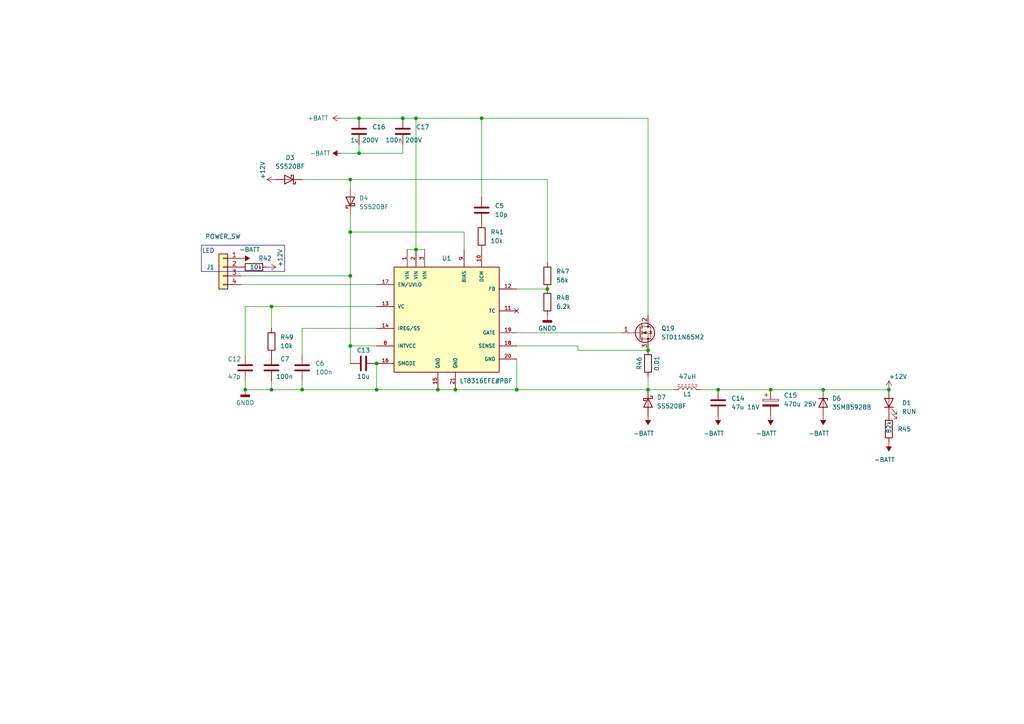
<source format=kicad_sch>
(kicad_sch (version 20230121) (generator eeschema)
  (paper "A4")
  (lib_symbols
    (symbol "Connector_Generic:Conn_01x04" (pin_names (offset 1.016) hide)
      (property "Reference" "J" (at 0 5.08 0))
      (property "Value" "Conn_01x04" (at 0 -7.62 0))
      (symbol "Conn_01x04_1_1"
        (rectangle (start -1.27 -4.953) (end 0 -5.207) (stroke (width 0.1524)))
        (rectangle (start -1.27 -2.413) (end 0 -2.667) (stroke (width 0.1524)))
        (rectangle (start -1.27 0.127) (end 0 -0.127) (stroke (width 0.1524)))
        (rectangle (start -1.27 2.667) (end 0 2.413) (stroke (width 0.1524)))
        (rectangle (start -1.27 3.81) (end 1.27 -6.35) (stroke (width 0.254)) (fill (type background)))
        (pin passive line (at -5.08 2.54 0) (length 3.81) (name "Pin_1") (number "1"))
        (pin passive line (at -5.08 0 0) (length 3.81) (name "Pin_2") (number "2"))
        (pin passive line (at -5.08 -2.54 0) (length 3.81) (name "Pin_3") (number "3"))
        (pin passive line (at -5.08 -5.08 0) (length 3.81) (name "Pin_4") (number "4"))
      )
    )
    (symbol "Device:C" (pin_numbers hide) (pin_names (offset 0.254))
      (property "Reference" "C" (at 0.635 2.54 0))
      (property "Value" "C" (at 0.635 -2.54 0))
      (symbol "C_0_1"
        (polyline (pts (xy -2.032 -0.762) (xy 2.032 -0.762)) (stroke (width 0.508)))
        (polyline (pts (xy -2.032 0.762) (xy 2.032 0.762)) (stroke (width 0.508)))
      )
      (symbol "C_1_1"
        (pin passive line (at 0 3.81 270) (length 2.794) (name "~") (number "1"))
        (pin passive line (at 0 -3.81 90) (length 2.794) (name "~") (number "2"))
      )
    )
    (symbol "Device:C_Polarized" (pin_numbers hide) (pin_names (offset 0.254))
      (property "Reference" "C" (at 0.635 2.54 0))
      (property "Value" "C_Polarized" (at 0.635 -2.54 0))
      (symbol "C_Polarized_0_1"
        (rectangle (start -2.286 0.508) (end 2.286 1.016))
        (polyline (pts (xy -1.778 2.286) (xy -0.762 2.286)))
        (polyline (pts (xy -1.27 2.794) (xy -1.27 1.778)))
        (rectangle (start 2.286 -0.508) (end -2.286 -1.016) (fill (type outline)))
      )
      (symbol "C_Polarized_1_1"
        (pin passive line (at 0 3.81 270) (length 2.794) (name "~") (number "1"))
        (pin passive line (at 0 -3.81 90) (length 2.794) (name "~") (number "2"))
      )
    )
    (symbol "Device:D_Schottky" (pin_numbers hide) (pin_names (offset 1.016) hide)
      (property "Reference" "D" (at 0 2.54 0))
      (property "Value" "D_Schottky" (at 0 -2.54 0))
      (symbol "D_Schottky_0_1"
        (polyline (pts (xy 1.27 0) (xy -1.27 0)))
        (polyline (pts (xy 1.27 1.27) (xy 1.27 -1.27) (xy -1.27 0) (xy 1.27 1.27)) (stroke (width 0.254)))
        (polyline (pts (xy -1.905 0.635) (xy -1.905 1.27) (xy -1.27 1.27) (xy -1.27 -1.27) (xy -0.635 -1.27) (xy -0.635 -0.635)) (stroke (width 0.254)))
      )
      (symbol "D_Schottky_1_1"
        (pin passive line (at -3.81 0 0) (length 2.54) (name "K") (number "1"))
        (pin passive line (at 3.81 0 180) (length 2.54) (name "A") (number "2"))
      )
    )
    (symbol "Device:D_Zener" (pin_numbers hide) (pin_names (offset 1.016) hide)
      (property "Reference" "D" (at 0 2.54 0))
      (property "Value" "D_Zener" (at 0 -2.54 0))
      (symbol "D_Zener_0_1"
        (polyline (pts (xy 1.27 0) (xy -1.27 0)))
        (polyline (pts (xy -1.27 -1.27) (xy -1.27 1.27) (xy -0.762 1.27)) (stroke (width 0.254)))
        (polyline (pts (xy 1.27 -1.27) (xy 1.27 1.27) (xy -1.27 0) (xy 1.27 -1.27)) (stroke (width 0.254)))
      )
      (symbol "D_Zener_1_1"
        (pin passive line (at -3.81 0 0) (length 2.54) (name "K") (number "1"))
        (pin passive line (at 3.81 0 180) (length 2.54) (name "A") (number "2"))
      )
    )
    (symbol "Device:LED" (pin_numbers hide) (pin_names (offset 1.016) hide)
      (property "Reference" "D" (at 0 2.54 0))
      (property "Value" "LED" (at 0 -2.54 0))
      (symbol "LED_0_1"
        (polyline (pts (xy -1.27 -1.27) (xy -1.27 1.27)) (stroke (width 0.254)))
        (polyline (pts (xy -1.27 0) (xy 1.27 0)))
        (polyline (pts (xy 1.27 -1.27) (xy 1.27 1.27) (xy -1.27 0) (xy 1.27 -1.27)) (stroke (width 0.254)))
        (polyline (pts (xy -3.048 -0.762) (xy -4.572 -2.286) (xy -3.81 -2.286) (xy -4.572 -2.286) (xy -4.572 -1.524)))
        (polyline (pts (xy -1.778 -0.762) (xy -3.302 -2.286) (xy -2.54 -2.286) (xy -3.302 -2.286) (xy -3.302 -1.524)))
      )
      (symbol "LED_1_1"
        (pin passive line (at -3.81 0 0) (length 2.54) (name "K") (number "1"))
        (pin passive line (at 3.81 0 180) (length 2.54) (name "A") (number "2"))
      )
    )
    (symbol "Device:L_Ferrite" (pin_numbers hide) (pin_names (offset 1.016) hide)
      (property "Reference" "L" (at -1.27 0 90))
      (property "Value" "L_Ferrite" (at 2.794 0 90))
      (symbol "L_Ferrite_0_1"
        (arc (start 0 -2.54) (mid 0.6323 -1.905) (end 0 -1.27))
        (arc (start 0 -1.27) (mid 0.6323 -0.635) (end 0 0))
        (polyline (pts (xy 1.016 -2.794) (xy 1.016 -2.286)))
        (polyline (pts (xy 1.016 -1.778) (xy 1.016 -1.27)))
        (polyline (pts (xy 1.016 -0.762) (xy 1.016 -0.254)))
        (polyline (pts (xy 1.016 0.254) (xy 1.016 0.762)))
        (polyline (pts (xy 1.016 1.27) (xy 1.016 1.778)))
        (polyline (pts (xy 1.016 2.286) (xy 1.016 2.794)))
        (polyline (pts (xy 1.524 -2.286) (xy 1.524 -2.794)))
        (polyline (pts (xy 1.524 -1.27) (xy 1.524 -1.778)))
        (polyline (pts (xy 1.524 -0.254) (xy 1.524 -0.762)))
        (polyline (pts (xy 1.524 0.762) (xy 1.524 0.254)))
        (polyline (pts (xy 1.524 1.778) (xy 1.524 1.27)))
        (polyline (pts (xy 1.524 2.794) (xy 1.524 2.286)))
        (arc (start 0 0) (mid 0.6323 0.635) (end 0 1.27))
        (arc (start 0 1.27) (mid 0.6323 1.905) (end 0 2.54))
      )
      (symbol "L_Ferrite_1_1"
        (pin passive line (at 0 3.81 270) (length 1.27) (name "1") (number "1"))
        (pin passive line (at 0 -3.81 90) (length 1.27) (name "2") (number "2"))
      )
    )
    (symbol "Device:R" (pin_numbers hide) (pin_names (offset 0))
      (property "Reference" "R" (at 2.032 0 90))
      (property "Value" "R" (at 0 0 90))
      (symbol "R_0_1"
        (rectangle (start -1.016 -2.54) (end 1.016 2.54) (stroke (width 0.254)))
      )
      (symbol "R_1_1"
        (pin passive line (at 0 3.81 270) (length 1.27) (name "~") (number "1"))
        (pin passive line (at 0 -3.81 90) (length 1.27) (name "~") (number "2"))
      )
    )
    (symbol "GigaESCSymbols:LT8316EFE#PBF" (pin_names (offset 1.016))
      (property "Reference" "U" (at -15.24 16.002 0))
      (property "Value" "LT8316EFE#PBF" (at 8.89 -19.05 0))
      (symbol "LT8316EFE#PBF_0_0"
        (rectangle (start -15.24 -15.24) (end 15.24 15.24) (stroke (width 0.254)) (fill (type background)))
        (pin input line (at -11.43 20.32 270) (length 5.08) (name "VIN") (number "1"))
        (pin input line (at 10.16 20.32 270) (length 5.08) (name "DCM") (number "10"))
        (pin passive line (at 20.32 2.54 180) (length 5.08) (name "TC") (number "11"))
        (pin input line (at 20.32 8.89 180) (length 5.08) (name "FB") (number "12"))
        (pin passive line (at -20.32 3.81 0) (length 5.08) (name "VC") (number "13"))
        (pin bidirectional line (at -20.32 -2.54 0) (length 5.08) (name "IREG/SS") (number "14"))
        (pin power_in line (at -2.54 -20.32 90) (length 5.08) (name "GND") (number "15"))
        (pin input line (at -20.32 -12.7 0) (length 5.08) (name "SMODE") (number "16"))
        (pin input line (at -20.32 10.16 0) (length 5.08) (name "EN/UVLO") (number "17"))
        (pin input line (at 20.32 -7.62 180) (length 5.08) (name "SENSE") (number "18"))
        (pin output line (at 20.32 -3.81 180) (length 5.08) (name "GATE") (number "19"))
        (pin input line (at -8.89 20.32 270) (length 5.08) (name "VIN") (number "2"))
        (pin power_in line (at 20.32 -11.43 180) (length 5.08) (name "GND") (number "20"))
        (pin power_in line (at 2.54 -20.32 90) (length 5.08) (name "GND") (number "21"))
        (pin input line (at -6.35 20.32 270) (length 5.08) (name "VIN") (number "3"))
        (pin output line (at -20.32 -7.62 0) (length 5.08) (name "INTVCC") (number "8"))
        (pin input line (at 5.08 20.32 270) (length 5.08) (name "BIAS") (number "9"))
      )
    )
    (symbol "Transistor_FET:STD7NK40Z" (pin_names hide)
      (property "Reference" "Q" (at 5.08 1.905 0))
      (property "Value" "STD7NK40Z" (at 5.08 0 0))
      (symbol "STD7NK40Z_0_1"
        (polyline (pts (xy 0.254 0) (xy -2.54 0)))
        (polyline (pts (xy 0.254 1.905) (xy 0.254 -1.905)) (stroke (width 0.254)))
        (polyline (pts (xy 0.762 -1.27) (xy 0.762 -2.286)) (stroke (width 0.254)))
        (polyline (pts (xy 0.762 0.508) (xy 0.762 -0.508)) (stroke (width 0.254)))
        (polyline (pts (xy 0.762 2.286) (xy 0.762 1.27)) (stroke (width 0.254)))
        (polyline (pts (xy 2.54 2.54) (xy 2.54 1.778)))
        (polyline (pts (xy 2.54 -2.54) (xy 2.54 0) (xy 0.762 0)))
        (polyline (pts (xy 0.762 -1.778) (xy 3.302 -1.778) (xy 3.302 1.778) (xy 0.762 1.778)))
        (polyline (pts (xy 1.016 0) (xy 2.032 0.381) (xy 2.032 -0.381) (xy 1.016 0)) (fill (type outline)))
        (polyline (pts (xy 2.794 0.508) (xy 2.921 0.381) (xy 3.683 0.381) (xy 3.81 0.254)))
        (polyline (pts (xy 3.302 0.381) (xy 2.921 -0.254) (xy 3.683 -0.254) (xy 3.302 0.381)))
        (circle (center 1.651 0) (radius 2.794) (stroke (width 0.254)))
        (circle (center 2.54 -1.778) (radius 0.254) (fill (type outline)))
        (circle (center 2.54 1.778) (radius 0.254) (fill (type outline)))
      )
      (symbol "STD7NK40Z_1_1"
        (pin passive line (at -5.08 0 0) (length 2.54) (name "G") (number "1"))
        (pin passive line (at 2.54 5.08 270) (length 2.54) (name "D") (number "2"))
        (pin passive line (at 2.54 -5.08 90) (length 2.54) (name "S") (number "3"))
      )
    )
    (symbol "power:+12V" (power) (pin_names (offset 0))
      (property "Value" "+12V" (at 0 3.556 0))
      (symbol "+12V_0_1"
        (polyline (pts (xy -0.762 1.27) (xy 0 2.54)))
        (polyline (pts (xy 0 0) (xy 0 2.54)))
        (polyline (pts (xy 0 2.54) (xy 0.762 1.27)))
      )
      (symbol "+12V_1_1"
        (pin power_in line (at 0 0 90) (length 0) hide (name "+12V") (number "1"))
      )
    )
    (symbol "power:+BATT" (power) (pin_names (offset 0))
      (property "Value" "+BATT" (at 0 3.556 0))
      (symbol "+BATT_0_1"
        (polyline (pts (xy -0.762 1.27) (xy 0 2.54)))
        (polyline (pts (xy 0 0) (xy 0 2.54)))
        (polyline (pts (xy 0 2.54) (xy 0.762 1.27)))
      )
      (symbol "+BATT_1_1"
        (pin power_in line (at 0 0 90) (length 0) hide (name "+BATT") (number "1"))
      )
    )
    (symbol "power:-BATT" (power) (pin_names (offset 0))
      (property "Value" "-BATT" (at 0 3.556 0))
      (symbol "-BATT_0_1"
        (polyline (pts (xy 0 0) (xy 0 2.54)))
        (polyline (pts (xy 0.762 1.27) (xy -0.762 1.27) (xy 0 2.54) (xy 0.762 1.27)) (fill (type outline)))
      )
      (symbol "-BATT_1_1"
        (pin power_in line (at 0 0 90) (length 0) hide (name "-BATT") (number "1"))
      )
    )
    (symbol "power:GNDD" (power) (pin_names (offset 0))
      (property "Value" "GNDD" (at 0 -3.175 0))
      (symbol "GNDD_0_1"
        (rectangle (start -1.27 -1.524) (end 1.27 -2.032) (stroke (width 0.254)) (fill (type outline)))
        (polyline (pts (xy 0 0) (xy 0 -1.524)))
      )
      (symbol "GNDD_1_1"
        (pin power_in line (at 0 0 270) (length 0) hide (name "GNDD") (number "1"))
      )
    )
  )
  (junction (at 87.63 113.03))
  (junction (at 149.86 113.03))
  (junction (at 109.22 105.41))
  (junction (at 101.6 52.07))
  (junction (at 208.28 113.03))
  (junction (at 132.08 113.03))
  (junction (at 78.74 113.03))
  (junction (at 101.6 80.01))
  (junction (at 127 113.03))
  (junction (at 187.96 113.03))
  (junction (at 101.6 100.33))
  (junction (at 109.22 113.03))
  (junction (at 101.6 67.31))
  (junction (at 238.76 113.03))
  (junction (at 187.96 101.6))
  (junction (at 71.12 113.03))
  (junction (at 120.65 34.29))
  (junction (at 104.14 34.29))
  (junction (at 104.14 44.45))
  (junction (at 257.81 113.03))
  (junction (at 116.84 34.29))
  (junction (at 158.75 83.82))
  (junction (at 78.74 88.9))
  (junction (at 120.65 72.39))
  (junction (at 139.7 34.29))
  (junction (at 223.52 113.03))
  (no_connect (at 149.86 90.17))
  (wire (pts (xy 167.64 100.33) (xy 167.64 101.6)))
  (wire (pts (xy 101.6 100.33) (xy 101.6 105.41)))
  (wire (pts (xy 101.6 52.07) (xy 101.6 54.61)))
  (wire (pts (xy 99.06 44.45) (xy 104.14 44.45)))
  (wire (pts (xy 203.2 113.03) (xy 208.28 113.03)))
  (wire (pts (xy 187.96 113.03) (xy 195.58 113.03)))
  (wire (pts (xy 223.52 113.03) (xy 238.76 113.03)))
  (wire (pts (xy 187.96 113.03) (xy 187.96 109.22)))
  (wire (pts (xy 134.62 72.39) (xy 134.62 67.31)))
  (wire (pts (xy 208.28 113.03) (xy 223.52 113.03)))
  (wire (pts (xy 101.6 100.33) (xy 101.6 80.01)))
  (wire (pts (xy 139.7 34.29) (xy 120.65 34.29)))
  (wire (pts (xy 71.12 113.03) (xy 78.74 113.03)))
  (wire (pts (xy 71.12 88.9) (xy 78.74 88.9)))
  (wire (pts (xy 78.74 113.03) (xy 87.63 113.03)))
  (wire (pts (xy 101.6 67.31) (xy 101.6 80.01)))
  (wire (pts (xy 116.84 34.29) (xy 120.65 34.29)))
  (wire (pts (xy 78.74 88.9) (xy 78.74 95.25)))
  (wire (pts (xy 69.85 80.01) (xy 101.6 80.01)))
  (wire (pts (xy 120.65 34.29) (xy 120.65 72.39)))
  (wire (pts (xy 149.86 113.03) (xy 187.96 113.03)))
  (wire (pts (xy 71.12 110.49) (xy 71.12 113.03)))
  (wire (pts (xy 109.22 95.25) (xy 87.63 95.25)))
  (wire (pts (xy 87.63 95.25) (xy 87.63 102.87)))
  (wire (pts (xy 139.7 34.29) (xy 139.7 57.15)))
  (wire (pts (xy 238.76 113.03) (xy 257.81 113.03)))
  (wire (pts (xy 149.86 83.82) (xy 158.75 83.82)))
  (wire (pts (xy 87.63 113.03) (xy 109.22 113.03)))
  (wire (pts (xy 120.65 72.39) (xy 123.19 72.39)))
  (wire (pts (xy 78.74 110.49) (xy 78.74 113.03)))
  (wire (pts (xy 109.22 113.03) (xy 127 113.03)))
  (wire (pts (xy 149.86 100.33) (xy 167.64 100.33)))
  (wire (pts (xy 118.11 72.39) (xy 120.65 72.39)))
  (wire (pts (xy 132.08 113.03) (xy 149.86 113.03)))
  (wire (pts (xy 101.6 52.07) (xy 158.75 52.07)))
  (wire (pts (xy 149.86 104.14) (xy 149.86 113.03)))
  (wire (pts (xy 167.64 101.6) (xy 187.96 101.6)))
  (wire (pts (xy 116.84 44.45) (xy 116.84 41.91)))
  (wire (pts (xy 71.12 102.87) (xy 71.12 88.9)))
  (wire (pts (xy 101.6 62.23) (xy 101.6 67.31)))
  (wire (pts (xy 109.22 105.41) (xy 109.22 113.03)))
  (wire (pts (xy 109.22 100.33) (xy 101.6 100.33)))
  (wire (pts (xy 104.14 44.45) (xy 116.84 44.45)))
  (wire (pts (xy 134.62 67.31) (xy 101.6 67.31)))
  (wire (pts (xy 78.74 88.9) (xy 109.22 88.9)))
  (wire (pts (xy 127 113.03) (xy 132.08 113.03)))
  (wire (pts (xy 187.96 34.29) (xy 139.7 34.29)))
  (wire (pts (xy 99.06 34.29) (xy 104.14 34.29)))
  (wire (pts (xy 187.96 91.44) (xy 187.96 34.29)))
  (wire (pts (xy 69.85 82.55) (xy 109.22 82.55)))
  (wire (pts (xy 149.86 96.52) (xy 180.34 96.52)))
  (wire (pts (xy 158.75 76.2) (xy 158.75 52.07)))
  (wire (pts (xy 87.63 52.07) (xy 101.6 52.07)))
  (wire (pts (xy 104.14 34.29) (xy 116.84 34.29)))
  (wire (pts (xy 104.14 41.91) (xy 104.14 44.45)))
  (wire (pts (xy 87.63 110.49) (xy 87.63 113.03)))
  (rectangle (start 58.42 78.74) (end 82.55 71.12))
  (text "LED" (at 62.23 73.66 0) (effects (font (size 1.27 1.27)) (justify right bottom)))
  (symbol (lib_id "Device:R") (at 187.96 105.41 180) (unit 1)
    (property "Reference" "R46" (at 185.42 105.41 90))
    (property "Value" "0.01" (at 190.5 105.41 90))
    (property "Footprint" "Resistor_SMD:R_2512_6332Metric" (effects hide))
    (property "MPN" "C2874774" (effects hide))
    (property "Mouser" "708-CSM2512FT50L0" (effects hide))
    (instances (project "EPC2304" (path "" (reference "R46") (unit 1))) (project "LT8316" (path "" (reference "R15") (unit 1))))
  )
  (symbol (lib_id "Device:C") (at 78.74 106.68 0) (unit 1)
    (property "Reference" "C7" (at 81.28 104.14 0) (effects (justify left)))
    (property "Value" "100n" (at 80.01 109.22 0) (effects (justify left)))
    (property "Footprint" "GigaVescLibs:C_0603_1608Metric_L" (effects hide))
    (property "MPN" "C14663" (effects hide))
    (property "Mouser" "581-08055C104KAT4A" (effects hide))
    (instances (project "EPC2304" (path "" (reference "C7") (unit 1))) (project "LT8316" (path "" (reference "C9") (unit 1))))
  )
  (symbol (lib_id "Device:C") (at 104.14 38.1 0) (unit 1)
    (property "Reference" "C16" (at 107.95 36.83 0) (effects (justify left)))
    (property "Value" "1u 200V" (at 101.6 40.64 0) (effects (justify left)))
    (property "Footprint" "Capacitor_SMD:C_2220_5650Metric" (effects hide))
    (property "MPN" "C78775" (effects hide))
    (property "Mouser" "81-GRM55DR72D105KW1L" (effects hide))
    (instances (project "EPC2304" (path "" (reference "C16") (unit 1))) (project "LT8316" (path "" (reference "C7") (unit 1))))
  )
  (symbol (lib_id "power:+12V") (at 257.81 113.03 0) (unit 1)
    (property "Reference" "#PWR020" (effects hide))
    (property "Value" "+12V" (at 257.81 109.22 0) (effects (justify left)))
    (instances (project "EPC2304" (path "" (reference "#PWR020") (unit 1))) (project "UCC28C45" (path "" (reference "#PWR028") (unit 1))))
  )
  (symbol (lib_id "Transistor_FET:STD7NK40Z") (at 185.42 96.52 0) (unit 1)
    (property "Reference" "Q19" (at 191.77 95.25 0) (effects (justify left)))
    (property "Value" "STD11N65M2" (at 191.77 97.79 0) (effects (justify left)))
    (property "Footprint" "Package_TO_SOT_SMD:TO-252-2" (effects hide))
    (property "Datasheet" "https://www.st.com/resource/en/datasheet/std7nk40zt4.pdf" (effects hide))
    (property "MPN" "C500947" (effects hide))
    (property "JLCRotOffset" "0" (effects hide))
    (property "JLCPosOffset" "-1.27,0" (effects hide))
    (property "Mouser" "511-STD11N65M2" (effects hide))
    (instances (project "EPC2304" (path "" (reference "Q19") (unit 1))) (project "LT8316" (path "" (reference "Q1") (unit 1))))
  )
  (symbol (lib_id "power:+BATT") (at 99.06 34.29 90) (unit 1)
    (property "Reference" "#PWR07" (effects hide))
    (property "Value" "+BATT" (at 95.25 34.29 90) (effects (justify left)))
    (instances (project "EPC2304" (path "" (reference "#PWR07") (unit 1)) (path "" (reference "#PWR03") (unit 1)) (path "" (reference "#PWR04") (unit 1)) (path "" (reference "#PWR05") (unit 1)) (path "" (reference "#PWR032") (unit 1))))
  )
  (symbol (lib_id "power:-BATT") (at 238.76 120.65 180) (unit 1)
    (property "Reference" "#PWR016" (effects hide))
    (property "Value" "-BATT" (at 237.49 125.73 0))
    (instances (project "EPC2304" (path "" (reference "#PWR016") (unit 1)) (path "" (reference "#PWR021") (unit 1))) (project "UCC28C45" (path "" (reference "#PWR05") (unit 1))))
  )
  (symbol (lib_id "GigaESCSymbols:LT8316EFE#PBF") (at 129.54 92.71 0) (unit 1)
    (property "Reference" "U1" (at 129.54 74.93 0))
    (property "Value" "LT8316EFE#PBF" (at 140.97 110.49 0))
    (property "Footprint" "GigaVescLibs:IC_LT8316EFE#PBF" (effects hide))
    (property "PARTREV" "A" (effects hide))
    (property "STANDARD" "Manufacturer Recommendations" (effects hide))
    (property "MAXIMUM_PACKAGE_HEIGHT" "1.2 mm" (effects hide))
    (property "MANUFACTURER" "Analog Devices" (effects hide))
    (property "MPN" "C673736" (effects hide))
    (property "Mouser" "584-LT8316EFE#PBF" (effects hide))
    (instances (project "EPC2304" (path "" (reference "U1") (unit 1))) (project "LT8316" (path "" (reference "U2") (unit 1))))
  )
  (symbol (lib_id "Connector_Generic:Conn_01x04") (at 64.77 77.47 0) (mirror y) (unit 1)
    (property "Reference" "J1" (at 62.23 77.47 0) (effects (justify left)))
    (property "Value" "POWER_SW" (at 69.85 68.58 0) (effects (justify left)))
    (property "Footprint" "Connector_JST:JST_XH_B4B-XH-A_1x04_P2.50mm_Vertical" (effects hide))
    (property "MPN" "C144395" (effects hide))
    (instances (project "EPC2304" (path "" (reference "J1") (unit 1))) (project "UCC28C45" (path "" (reference "J2") (unit 1))))
  )
  (symbol (lib_id "Device:R") (at 73.66 77.47 90) (mirror x) (unit 1)
    (property "Reference" "R42" (at 74.93 74.93 90) (effects (justify right)))
    (property "Value" "10k" (at 72.39 77.47 90) (effects (justify right)))
    (property "Footprint" "Resistor_SMD:R_0603_1608Metric" (effects hide))
    (property "MPN" "C25804" (effects hide))
    (property "Mouser" "603-AC0805JR-0710KL" (effects hide))
    (instances (project "EPC2304" (path "" (reference "R42") (unit 1))) (project "UCC28C45" (path "" (reference "R16") (unit 1))))
  )
  (symbol (lib_id "Device:C") (at 71.12 106.68 0) (unit 1)
    (property "Reference" "C12" (at 66.04 104.14 0) (effects (justify left)))
    (property "Value" "47p" (at 66.04 109.22 0) (effects (justify left)))
    (property "Footprint" "GigaVescLibs:C_0603_1608Metric_L" (effects hide))
    (property "MPN" "C1671" (effects hide))
    (property "Mouser" "603-CC805JRNPO9BN470" (effects hide))
    (instances (project "EPC2304" (path "" (reference "C12") (unit 1))) (project "LT8316" (path "" (reference "C10") (unit 1))))
  )
  (symbol (lib_id "power:GNDD") (at 71.12 113.03 0) (unit 1)
    (property "Reference" "#PWR026" (effects hide))
    (property "Value" "GNDD" (at 71.12 116.84 0))
  )
  (symbol (lib_id "Device:C") (at 116.84 38.1 0) (unit 1)
    (property "Reference" "C17" (at 120.65 36.83 0) (effects (justify left)))
    (property "Value" "100n 200V" (at 111.76 40.64 0) (effects (justify left)))
    (property "Footprint" "Capacitor_SMD:C_1206_3216Metric" (effects hide))
    (property "MPN" "C113894" (effects hide))
    (property "Mouser" "810-CGJ4J3X7T2D104K" (effects hide))
    (instances (project "EPC2304" (path "" (reference "C17") (unit 1))) (project "LT8316" (path "" (reference "C8") (unit 1))))
  )
  (symbol (lib_id "Device:D_Schottky") (at 101.6 58.42 90) (unit 1)
    (property "Reference" "D4" (at 104.14 57.4675 90) (effects (justify right)))
    (property "Value" "SS520BF" (at 104.14 60.0075 90) (effects (justify right)))
    (property "Footprint" "Diode_SMD:D_SMB" (effects hide))
    (property "MPN" "C123955" (effects hide))
    (instances (project "EPC2304" (path "" (reference "D4") (unit 1))) (project "UCC28C45" (path "" (reference "D2") (unit 1))))
  )
  (symbol (lib_id "Device:R") (at 158.75 80.01 0) (unit 1)
    (property "Reference" "R47" (at 161.29 78.74 0) (effects (justify left)))
    (property "Value" "56k" (at 161.29 81.28 0) (effects (justify left)))
    (property "Footprint" "Resistor_SMD:R_0603_1608Metric" (effects hide))
    (property "MPN" "C23206" (effects hide))
    (property "Mouser" "603-RC0805FR-0744K2L" (effects hide))
    (instances (project "EPC2304" (path "" (reference "R47") (unit 1))) (project "LT8316" (path "" (reference "R12") (unit 1))))
  )
  (symbol (lib_id "Device:L_Ferrite") (at 199.39 113.03 90) (unit 1)
    (property "Reference" "L1" (at 199.39 114.3 90))
    (property "Value" "47uH" (at 199.39 109.22 90))
    (property "Footprint" "Inductor_SMD:L_Chilisin_BMRG00131360" (effects hide))
    (property "MPN" "C497913" (effects hide))
    (instances (project "EPC2304" (path "" (reference "L1") (unit 1))) (project "UCC28C45" (path "" (reference "L2") (unit 1))))
  )
  (symbol (lib_id "Device:LED") (at 257.81 116.84 90) (unit 1)
    (property "Reference" "D1" (at 261.62 116.84 90) (effects (justify right)))
    (property "Value" "RUN" (at 261.62 119.38 90) (effects (justify right)))
    (property "Footprint" "Diode_SMD:D_0603_1608Metric" (effects hide))
    (property "MPN" "C2290" (effects hide))
  )
  (symbol (lib_id "Device:C") (at 105.41 105.41 90) (unit 1)
    (property "Reference" "C13" (at 105.41 101.6 90))
    (property "Value" "10u" (at 105.41 109.22 90))
  )
  (symbol (lib_id "Device:R") (at 139.7 68.58 0) (unit 1)
    (property "Reference" "R41" (at 142.24 67.31 0) (effects (justify left)))
    (property "Value" "10k" (at 142.24 69.85 0) (effects (justify left)))
    (property "Footprint" "Resistor_SMD:R_0603_1608Metric" (effects hide))
    (property "MPN" "C25804" (effects hide))
    (property "Mouser" "603-AC0805JR-0710KL" (effects hide))
    (instances (project "EPC2304" (path "" (reference "R41") (unit 1))) (project "LT8316" (path "" (reference "R6") (unit 1))))
  )
  (symbol (lib_id "power:-BATT") (at 187.96 120.65 180) (unit 1)
    (property "Reference" "#PWR016" (effects hide))
    (property "Value" "-BATT" (at 186.69 125.73 0))
    (instances (project "EPC2304" (path "" (reference "#PWR016") (unit 1)) (path "" (reference "#PWR030") (unit 1))) (project "UCC28C45" (path "" (reference "#PWR05") (unit 1))))
  )
  (symbol (lib_id "power:+12V") (at 77.47 77.47 270) (mirror x) (unit 1)
    (property "Reference" "#PWR015" (effects hide))
    (property "Value" "+12V" (at 81.28 77.47 0) (effects (justify left)))
    (instances (project "EPC2304" (path "" (reference "#PWR015") (unit 1))) (project "UCC28C45" (path "" (reference "#PWR028") (unit 1))))
  )
  (symbol (lib_id "power:+12V") (at 80.01 52.07 90) (unit 1)
    (property "Reference" "#PWR018" (effects hide))
    (property "Value" "+12V" (at 76.2 52.07 0) (effects (justify left)))
    (instances (project "EPC2304" (path "" (reference "#PWR018") (unit 1))) (project "UCC28C45" (path "" (reference "#PWR028") (unit 1))))
  )
  (symbol (lib_id "Device:D_Schottky") (at 83.82 52.07 180) (unit 1)
    (property "Reference" "D3" (at 84.1375 45.72 0))
    (property "Value" "SS520BF" (at 84.1375 48.26 0))
    (property "Footprint" "Diode_SMD:D_SMB" (effects hide))
    (property "MPN" "C123955" (effects hide))
    (instances (project "EPC2304" (path "" (reference "D3") (unit 1))) (project "UCC28C45" (path "" (reference "D2") (unit 1))))
  )
  (symbol (lib_id "power:-BATT") (at 223.52 120.65 180) (unit 1)
    (property "Reference" "#PWR016" (effects hide))
    (property "Value" "-BATT" (at 222.25 125.73 0))
    (instances (project "EPC2304" (path "" (reference "#PWR016") (unit 1)) (path "" (reference "#PWR028") (unit 1))) (project "UCC28C45" (path "" (reference "#PWR05") (unit 1))))
  )
  (symbol (lib_id "power:-BATT") (at 257.81 128.27 180) (unit 1)
    (property "Reference" "#PWR016" (effects hide))
    (property "Value" "-BATT" (at 256.54 133.35 0))
    (instances (project "EPC2304" (path "" (reference "#PWR016") (unit 1)) (path "" (reference "#PWR019") (unit 1))) (project "UCC28C45" (path "" (reference "#PWR05") (unit 1))))
  )
  (symbol (lib_id "power:-BATT") (at 208.28 120.65 180) (unit 1)
    (property "Reference" "#PWR016" (effects hide))
    (property "Value" "-BATT" (at 207.01 125.73 0))
    (instances (project "EPC2304" (path "" (reference "#PWR016") (unit 1)) (path "" (reference "#PWR029") (unit 1))) (project "UCC28C45" (path "" (reference "#PWR05") (unit 1))))
  )
  (symbol (lib_id "power:-BATT") (at 99.06 44.45 90) (unit 1)
    (property "Reference" "#PWR016" (effects hide))
    (property "Value" "-BATT" (at 95.885 44.45 90) (effects (justify left)))
    (instances (project "EPC2304" (path "" (reference "#PWR016") (unit 1)) (path "" (reference "#PWR033") (unit 1))) (project "LT8316" (path "" (reference "#PWR015") (unit 1))))
  )
  (symbol (lib_id "Device:R") (at 257.81 124.46 180) (unit 1)
    (property "Reference" "R45" (at 260.35 124.46 0) (effects (justify right)))
    (property "Value" "82k" (at 257.81 125.73 90) (effects (justify right)))
    (property "Footprint" "Resistor_SMD:R_0603_1608Metric" (effects hide))
    (property "MPN" "C23254" (effects hide))
    (property "Mouser" "603-AC0805JR-0710KL" (effects hide))
    (instances (project "EPC2304" (path "" (reference "R45") (unit 1))) (project "UCC28C45" (path "" (reference "R15") (unit 1))))
  )
  (symbol (lib_id "Device:R") (at 158.75 87.63 0) (unit 1)
    (property "Reference" "R48" (at 161.29 86.36 0) (effects (justify left)))
    (property "Value" "6.2k" (at 161.29 88.9 0) (effects (justify left)))
    (property "Footprint" "Resistor_SMD:R_0603_1608Metric" (effects hide))
    (property "MPN" "C4260" (effects hide))
    (property "Mouser" "667-ERJ-6ENF4991V" (effects hide))
    (instances (project "EPC2304" (path "" (reference "R48") (unit 1))) (project "LT8316" (path "" (reference "R11") (unit 1))))
  )
  (symbol (lib_id "power:-BATT") (at 69.85 74.93 270) (mirror x) (unit 1)
    (property "Reference" "#PWR016" (effects hide))
    (property "Value" "-BATT" (at 72.39 72.39 90))
    (instances (project "EPC2304" (path "" (reference "#PWR016") (unit 1)) (path "" (reference "#PWR017") (unit 1))) (project "UCC28C45" (path "" (reference "#PWR025") (unit 1))))
  )
  (symbol (lib_id "Device:D_Zener") (at 238.76 116.84 270) (unit 1)
    (property "Reference" "D6" (at 241.3 115.57 90) (effects (justify left)))
    (property "Value" "3SMB5928B" (at 241.3 118.11 90) (effects (justify left)))
    (property "Footprint" "Diode_SMD:D_SMB" (effects hide))
    (property "MPN" "C2983224" (effects hide))
    (property "Mouser" "821-1SMB5928" (effects hide))
  )
  (symbol (lib_id "power:GNDD") (at 158.75 91.44 0) (unit 1)
    (property "Reference" "#PWR027" (effects hide))
    (property "Value" "GNDD" (at 158.75 95.25 0))
  )
  (symbol (lib_id "Device:D_Schottky") (at 187.96 116.84 270) (unit 1)
    (property "Reference" "D7" (at 190.5 115.2525 90) (effects (justify left)))
    (property "Value" "SS520BF" (at 190.5 117.7925 90) (effects (justify left)))
    (property "Footprint" "Diode_SMD:D_SMB" (effects hide))
    (property "MPN" "C123955" (effects hide))
    (instances (project "EPC2304" (path "" (reference "D7") (unit 1))) (project "UCC28C45" (path "" (reference "D2") (unit 1))))
  )
  (symbol (lib_id "Device:C") (at 208.28 116.84 0) (unit 1)
    (property "Reference" "C14" (at 212.09 115.57 0) (effects (justify left)))
    (property "Value" "47u 16V" (at 212.09 118.11 0) (effects (justify left)))
    (property "Footprint" "Capacitor_SMD:C_1210_3225Metric" (effects hide))
    (property "MPN" "C2918513" (effects hide))
    (property "Mouser" "81-GRM32EC81C476KE5K" (effects hide))
    (instances (project "EPC2304" (path "" (reference "C14") (unit 1))) (project "LT8316" (path "" (reference "C1") (unit 1))))
  )
  (symbol (lib_id "Device:R") (at 78.74 99.06 0) (unit 1)
    (property "Reference" "R49" (at 81.28 97.79 0) (effects (justify left)))
    (property "Value" "10k" (at 81.28 100.33 0) (effects (justify left)))
    (property "Footprint" "Resistor_SMD:R_0603_1608Metric" (effects hide))
    (property "MPN" "C25804" (effects hide))
    (property "Mouser" "603-AC0805JR-0710KL" (effects hide))
    (instances (project "EPC2304" (path "" (reference "R49") (unit 1))) (project "LT8316" (path "" (reference "R6") (unit 1))))
  )
  (symbol (lib_id "Device:C") (at 139.7 60.96 0) (unit 1)
    (property "Reference" "C5" (at 143.51 59.69 0) (effects (justify left)))
    (property "Value" "10p" (at 143.51 62.23 0) (effects (justify left)))
  )
  (symbol (lib_id "Device:C_Polarized") (at 223.52 116.84 0) (unit 1)
    (property "Reference" "C15" (at 227.33 114.681 0) (effects (justify left)))
    (property "Value" "470u 25V" (at 227.33 117.221 0) (effects (justify left)))
    (property "Footprint" "Capacitor_SMD:CP_Elec_10x10.5" (effects hide))
    (property "MPN" "C5162351" (effects hide))
    (property "Mouser" "667-EEE-1EA471P" (effects hide))
    (instances (project "EPC2304" (path "" (reference "C15") (unit 1))) (project "LT8316" (path "" (reference "C2") (unit 1))))
  )
  (symbol (lib_id "Device:C") (at 87.63 106.68 0) (unit 1)
    (property "Reference" "C6" (at 91.44 105.41 0) (effects (justify left)))
    (property "Value" "100n" (at 91.44 107.95 0) (effects (justify left)))
    (property "Footprint" "GigaVescLibs:C_0603_1608Metric_L" (effects hide))
    (property "MPN" "C14663" (effects hide))
    (property "Mouser" "581-08055C104KAT4A" (effects hide))
    (instances (project "EPC2304" (path "" (reference "C6") (unit 1))) (project "LT8316" (path "" (reference "C9") (unit 1))))
  )
)
</source>
